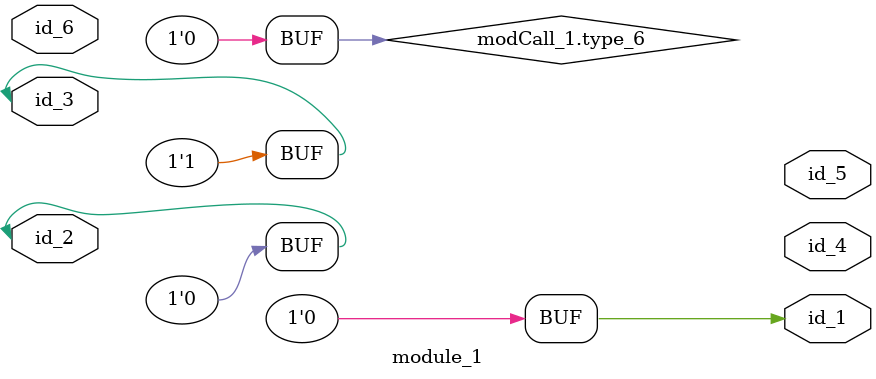
<source format=v>
module module_0;
  assign id_1 = id_1;
  reg id_2;
  reg id_3;
  always begin : LABEL_0
    id_2 <= 1 ? id_2 : id_3;
  end
  assign id_3 = 1'd0 + id_3;
endmodule
module module_1 (
    id_1,
    id_2,
    id_3,
    id_4,
    id_5,
    id_6
);
  inout wire id_6;
  output wire id_5;
  output wire id_4;
  inout wire id_3;
  inout wire id_2;
  output wire id_1;
  assign id_5[1] = 1;
  assign id_1 = id_2;
  wire id_7;
  wire id_8;
  assign id_2 = 1'b0;
  wire id_9;
  module_0 modCall_1 ();
  assign modCall_1.type_6 = 0;
  wire id_10;
  assign id_3 = |1;
endmodule

</source>
